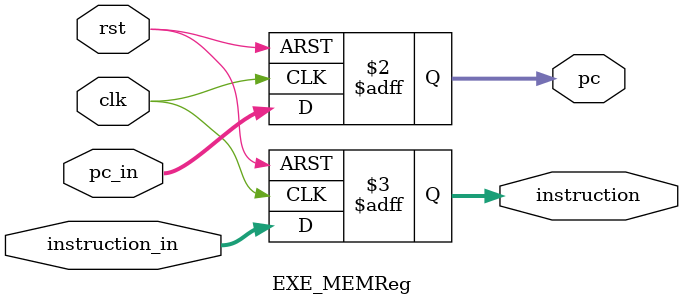
<source format=v>
`timescale 1ns/1ns

module EXE_MEMReg (input clk, rst,input[31: 0] pc_in, instruction_in,
              output reg [31: 0] pc, instruction);

  always @ (posedge clk, posedge rst) begin
    if (rst) begin
      pc <= 0;
      instruction <= 0;
    end
    else if (clk) begin
      instruction <= instruction_in;
      pc <= pc_in;
    end
  end

endmodule



</source>
